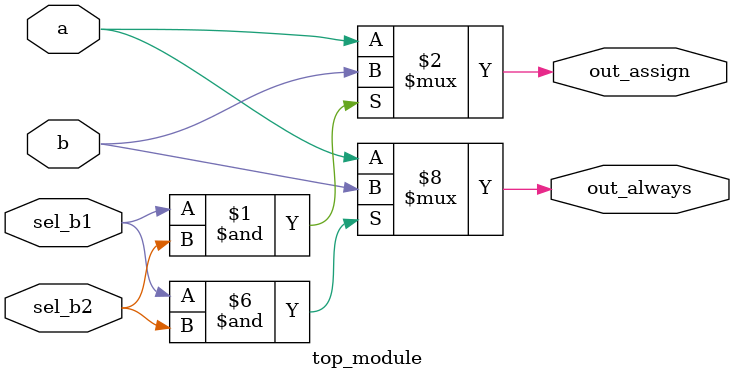
<source format=v>
module top_module(
    input wire a,
    input wire b,
    input wire sel_b1,
    input wire sel_b2,
    output wire out_assign,
    output reg out_always
);
    
    assign out_assign = (sel_b1 & sel_b2) ? b : a;
    
    always @(*) begin
        if ((sel_b1 == 1) & (sel_b2 == 1)) 
            out_always = b;
        else 
            out_always = a;
    end
    
endmodule

</source>
